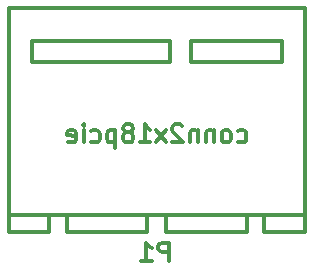
<source format=gbr>
G04 #@! TF.FileFunction,Legend,Bot*
%FSLAX46Y46*%
G04 Gerber Fmt 4.6, Leading zero omitted, Abs format (unit mm)*
G04 Created by KiCad (PCBNEW 4.0.6) date 04/10/18 12:10:19*
%MOMM*%
%LPD*%
G01*
G04 APERTURE LIST*
%ADD10C,0.100000*%
%ADD11C,0.304800*%
G04 APERTURE END LIST*
D10*
D11*
X172803820Y-38851840D02*
X161104580Y-38851840D01*
X161104580Y-38851840D02*
X161104580Y-40650160D01*
X172803820Y-40650160D02*
X161104580Y-40650160D01*
X174604680Y-40650160D02*
X174604680Y-38851840D01*
X174604680Y-38851840D02*
X182255160Y-38851840D01*
X182255160Y-38851840D02*
X182255160Y-40650160D01*
X182255160Y-40650160D02*
X174604680Y-40650160D01*
X172803820Y-40650160D02*
X172803820Y-38851840D01*
X180804820Y-53553600D02*
X180804820Y-55052200D01*
X180804820Y-55052200D02*
X184203340Y-55052200D01*
X184203340Y-53553600D02*
X184203340Y-55052200D01*
X172504100Y-53553600D02*
X172504100Y-55052200D01*
X172504100Y-55052200D02*
X179303680Y-55052200D01*
X179303680Y-53553600D02*
X179303680Y-55052200D01*
X164104320Y-55052200D02*
X170903900Y-55052200D01*
X170903900Y-53553600D02*
X170903900Y-55052200D01*
X164104320Y-53553600D02*
X164104320Y-55052200D01*
X159204660Y-53553600D02*
X159204660Y-55052200D01*
X159204660Y-55052200D02*
X162603180Y-55052200D01*
X162603180Y-53553600D02*
X162603180Y-55052200D01*
X159204660Y-36050220D02*
X159204660Y-53553600D01*
X159204660Y-53553600D02*
X184203340Y-53553600D01*
X184203340Y-36050220D02*
X184203340Y-53553600D01*
X184203340Y-36050220D02*
X159204660Y-36050220D01*
X172701857Y-57458429D02*
X172701857Y-55934429D01*
X172121285Y-55934429D01*
X171976143Y-56007000D01*
X171903571Y-56079571D01*
X171831000Y-56224714D01*
X171831000Y-56442429D01*
X171903571Y-56587571D01*
X171976143Y-56660143D01*
X172121285Y-56732714D01*
X172701857Y-56732714D01*
X170379571Y-57458429D02*
X171250428Y-57458429D01*
X170815000Y-57458429D02*
X170815000Y-55934429D01*
X170960143Y-56152143D01*
X171105285Y-56297286D01*
X171250428Y-56369857D01*
X178562000Y-47368097D02*
X178707143Y-47440669D01*
X178997429Y-47440669D01*
X179142571Y-47368097D01*
X179215143Y-47295526D01*
X179287714Y-47150383D01*
X179287714Y-46714954D01*
X179215143Y-46569811D01*
X179142571Y-46497240D01*
X178997429Y-46424669D01*
X178707143Y-46424669D01*
X178562000Y-46497240D01*
X177691143Y-47440669D02*
X177836285Y-47368097D01*
X177908857Y-47295526D01*
X177981428Y-47150383D01*
X177981428Y-46714954D01*
X177908857Y-46569811D01*
X177836285Y-46497240D01*
X177691143Y-46424669D01*
X177473428Y-46424669D01*
X177328285Y-46497240D01*
X177255714Y-46569811D01*
X177183143Y-46714954D01*
X177183143Y-47150383D01*
X177255714Y-47295526D01*
X177328285Y-47368097D01*
X177473428Y-47440669D01*
X177691143Y-47440669D01*
X176530000Y-46424669D02*
X176530000Y-47440669D01*
X176530000Y-46569811D02*
X176457428Y-46497240D01*
X176312286Y-46424669D01*
X176094571Y-46424669D01*
X175949428Y-46497240D01*
X175876857Y-46642383D01*
X175876857Y-47440669D01*
X175151143Y-46424669D02*
X175151143Y-47440669D01*
X175151143Y-46569811D02*
X175078571Y-46497240D01*
X174933429Y-46424669D01*
X174715714Y-46424669D01*
X174570571Y-46497240D01*
X174498000Y-46642383D01*
X174498000Y-47440669D01*
X173844857Y-46061811D02*
X173772286Y-45989240D01*
X173627143Y-45916669D01*
X173264286Y-45916669D01*
X173119143Y-45989240D01*
X173046572Y-46061811D01*
X172974000Y-46206954D01*
X172974000Y-46352097D01*
X173046572Y-46569811D01*
X173917429Y-47440669D01*
X172974000Y-47440669D01*
X172466000Y-47440669D02*
X171667714Y-46424669D01*
X172466000Y-46424669D02*
X171667714Y-47440669D01*
X170288857Y-47440669D02*
X171159714Y-47440669D01*
X170724286Y-47440669D02*
X170724286Y-45916669D01*
X170869429Y-46134383D01*
X171014571Y-46279526D01*
X171159714Y-46352097D01*
X169418000Y-46569811D02*
X169563142Y-46497240D01*
X169635714Y-46424669D01*
X169708285Y-46279526D01*
X169708285Y-46206954D01*
X169635714Y-46061811D01*
X169563142Y-45989240D01*
X169418000Y-45916669D01*
X169127714Y-45916669D01*
X168982571Y-45989240D01*
X168910000Y-46061811D01*
X168837428Y-46206954D01*
X168837428Y-46279526D01*
X168910000Y-46424669D01*
X168982571Y-46497240D01*
X169127714Y-46569811D01*
X169418000Y-46569811D01*
X169563142Y-46642383D01*
X169635714Y-46714954D01*
X169708285Y-46860097D01*
X169708285Y-47150383D01*
X169635714Y-47295526D01*
X169563142Y-47368097D01*
X169418000Y-47440669D01*
X169127714Y-47440669D01*
X168982571Y-47368097D01*
X168910000Y-47295526D01*
X168837428Y-47150383D01*
X168837428Y-46860097D01*
X168910000Y-46714954D01*
X168982571Y-46642383D01*
X169127714Y-46569811D01*
X168184285Y-46424669D02*
X168184285Y-47948669D01*
X168184285Y-46497240D02*
X168039142Y-46424669D01*
X167748856Y-46424669D01*
X167603713Y-46497240D01*
X167531142Y-46569811D01*
X167458571Y-46714954D01*
X167458571Y-47150383D01*
X167531142Y-47295526D01*
X167603713Y-47368097D01*
X167748856Y-47440669D01*
X168039142Y-47440669D01*
X168184285Y-47368097D01*
X166152285Y-47368097D02*
X166297428Y-47440669D01*
X166587714Y-47440669D01*
X166732856Y-47368097D01*
X166805428Y-47295526D01*
X166877999Y-47150383D01*
X166877999Y-46714954D01*
X166805428Y-46569811D01*
X166732856Y-46497240D01*
X166587714Y-46424669D01*
X166297428Y-46424669D01*
X166152285Y-46497240D01*
X165499142Y-47440669D02*
X165499142Y-46424669D01*
X165499142Y-45916669D02*
X165571713Y-45989240D01*
X165499142Y-46061811D01*
X165426570Y-45989240D01*
X165499142Y-45916669D01*
X165499142Y-46061811D01*
X164192856Y-47368097D02*
X164337999Y-47440669D01*
X164628285Y-47440669D01*
X164773428Y-47368097D01*
X164845999Y-47222954D01*
X164845999Y-46642383D01*
X164773428Y-46497240D01*
X164628285Y-46424669D01*
X164337999Y-46424669D01*
X164192856Y-46497240D01*
X164120285Y-46642383D01*
X164120285Y-46787526D01*
X164845999Y-46932669D01*
M02*

</source>
